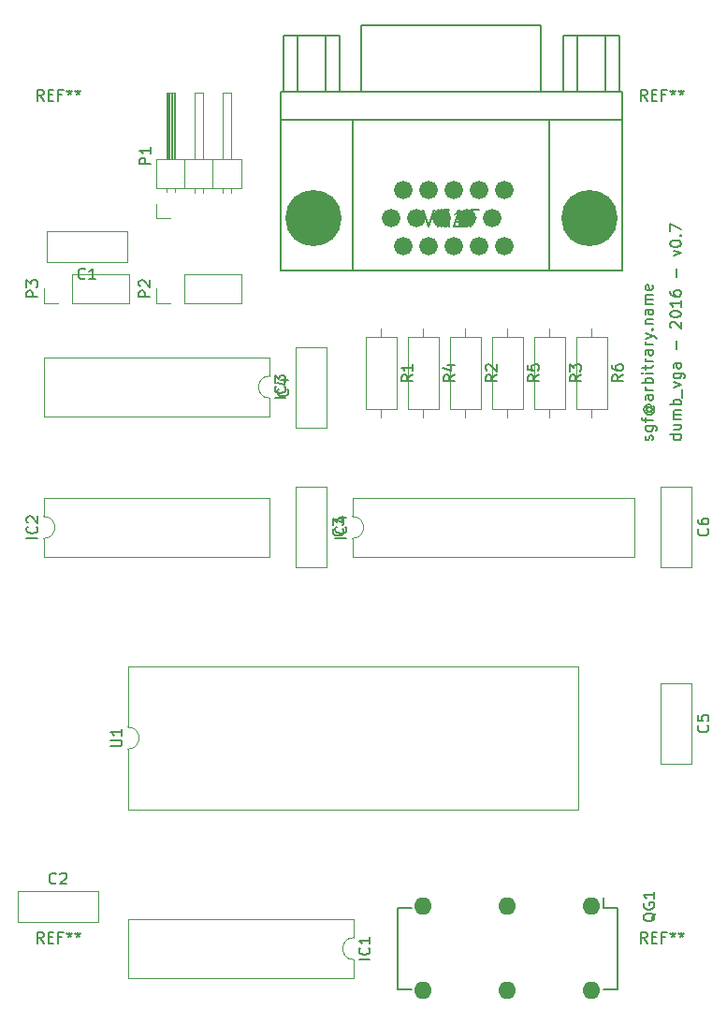
<source format=gto>
%TF.GenerationSoftware,KiCad,Pcbnew,7.0.7*%
%TF.CreationDate,2023-09-08T23:17:23+01:00*%
%TF.ProjectId,dumb-vga,64756d62-2d76-4676-912e-6b696361645f,v0.7*%
%TF.SameCoordinates,Original*%
%TF.FileFunction,Legend,Top*%
%TF.FilePolarity,Positive*%
%FSLAX46Y46*%
G04 Gerber Fmt 4.6, Leading zero omitted, Abs format (unit mm)*
G04 Created by KiCad (PCBNEW 7.0.7) date 2023-09-08 23:17:23*
%MOMM*%
%LPD*%
G01*
G04 APERTURE LIST*
%ADD10C,0.150000*%
%ADD11C,0.120000*%
%ADD12C,0.127000*%
%ADD13C,1.676400*%
%ADD14C,5.080000*%
%ADD15O,1.600000X1.600000*%
G04 APERTURE END LIST*
D10*
X164284819Y-64004649D02*
X163284819Y-64004649D01*
X164237200Y-64004649D02*
X164284819Y-64099887D01*
X164284819Y-64099887D02*
X164284819Y-64290363D01*
X164284819Y-64290363D02*
X164237200Y-64385601D01*
X164237200Y-64385601D02*
X164189580Y-64433220D01*
X164189580Y-64433220D02*
X164094342Y-64480839D01*
X164094342Y-64480839D02*
X163808628Y-64480839D01*
X163808628Y-64480839D02*
X163713390Y-64433220D01*
X163713390Y-64433220D02*
X163665771Y-64385601D01*
X163665771Y-64385601D02*
X163618152Y-64290363D01*
X163618152Y-64290363D02*
X163618152Y-64099887D01*
X163618152Y-64099887D02*
X163665771Y-64004649D01*
X163618152Y-63099887D02*
X164284819Y-63099887D01*
X163618152Y-63528458D02*
X164141961Y-63528458D01*
X164141961Y-63528458D02*
X164237200Y-63480839D01*
X164237200Y-63480839D02*
X164284819Y-63385601D01*
X164284819Y-63385601D02*
X164284819Y-63242744D01*
X164284819Y-63242744D02*
X164237200Y-63147506D01*
X164237200Y-63147506D02*
X164189580Y-63099887D01*
X164284819Y-62623696D02*
X163618152Y-62623696D01*
X163713390Y-62623696D02*
X163665771Y-62576077D01*
X163665771Y-62576077D02*
X163618152Y-62480839D01*
X163618152Y-62480839D02*
X163618152Y-62337982D01*
X163618152Y-62337982D02*
X163665771Y-62242744D01*
X163665771Y-62242744D02*
X163761009Y-62195125D01*
X163761009Y-62195125D02*
X164284819Y-62195125D01*
X163761009Y-62195125D02*
X163665771Y-62147506D01*
X163665771Y-62147506D02*
X163618152Y-62052268D01*
X163618152Y-62052268D02*
X163618152Y-61909411D01*
X163618152Y-61909411D02*
X163665771Y-61814172D01*
X163665771Y-61814172D02*
X163761009Y-61766553D01*
X163761009Y-61766553D02*
X164284819Y-61766553D01*
X164284819Y-61290363D02*
X163284819Y-61290363D01*
X163665771Y-61290363D02*
X163618152Y-61195125D01*
X163618152Y-61195125D02*
X163618152Y-61004649D01*
X163618152Y-61004649D02*
X163665771Y-60909411D01*
X163665771Y-60909411D02*
X163713390Y-60861792D01*
X163713390Y-60861792D02*
X163808628Y-60814173D01*
X163808628Y-60814173D02*
X164094342Y-60814173D01*
X164094342Y-60814173D02*
X164189580Y-60861792D01*
X164189580Y-60861792D02*
X164237200Y-60909411D01*
X164237200Y-60909411D02*
X164284819Y-61004649D01*
X164284819Y-61004649D02*
X164284819Y-61195125D01*
X164284819Y-61195125D02*
X164237200Y-61290363D01*
X164380057Y-60623697D02*
X164380057Y-59861792D01*
X163618152Y-59718934D02*
X164284819Y-59480839D01*
X164284819Y-59480839D02*
X163618152Y-59242744D01*
X163618152Y-58433220D02*
X164427676Y-58433220D01*
X164427676Y-58433220D02*
X164522914Y-58480839D01*
X164522914Y-58480839D02*
X164570533Y-58528458D01*
X164570533Y-58528458D02*
X164618152Y-58623696D01*
X164618152Y-58623696D02*
X164618152Y-58766553D01*
X164618152Y-58766553D02*
X164570533Y-58861791D01*
X164237200Y-58433220D02*
X164284819Y-58528458D01*
X164284819Y-58528458D02*
X164284819Y-58718934D01*
X164284819Y-58718934D02*
X164237200Y-58814172D01*
X164237200Y-58814172D02*
X164189580Y-58861791D01*
X164189580Y-58861791D02*
X164094342Y-58909410D01*
X164094342Y-58909410D02*
X163808628Y-58909410D01*
X163808628Y-58909410D02*
X163713390Y-58861791D01*
X163713390Y-58861791D02*
X163665771Y-58814172D01*
X163665771Y-58814172D02*
X163618152Y-58718934D01*
X163618152Y-58718934D02*
X163618152Y-58528458D01*
X163618152Y-58528458D02*
X163665771Y-58433220D01*
X164284819Y-57528458D02*
X163761009Y-57528458D01*
X163761009Y-57528458D02*
X163665771Y-57576077D01*
X163665771Y-57576077D02*
X163618152Y-57671315D01*
X163618152Y-57671315D02*
X163618152Y-57861791D01*
X163618152Y-57861791D02*
X163665771Y-57957029D01*
X164237200Y-57528458D02*
X164284819Y-57623696D01*
X164284819Y-57623696D02*
X164284819Y-57861791D01*
X164284819Y-57861791D02*
X164237200Y-57957029D01*
X164237200Y-57957029D02*
X164141961Y-58004648D01*
X164141961Y-58004648D02*
X164046723Y-58004648D01*
X164046723Y-58004648D02*
X163951485Y-57957029D01*
X163951485Y-57957029D02*
X163903866Y-57861791D01*
X163903866Y-57861791D02*
X163903866Y-57623696D01*
X163903866Y-57623696D02*
X163856247Y-57528458D01*
X163903866Y-56290362D02*
X163903866Y-55528458D01*
X163380057Y-54337981D02*
X163332438Y-54290362D01*
X163332438Y-54290362D02*
X163284819Y-54195124D01*
X163284819Y-54195124D02*
X163284819Y-53957029D01*
X163284819Y-53957029D02*
X163332438Y-53861791D01*
X163332438Y-53861791D02*
X163380057Y-53814172D01*
X163380057Y-53814172D02*
X163475295Y-53766553D01*
X163475295Y-53766553D02*
X163570533Y-53766553D01*
X163570533Y-53766553D02*
X163713390Y-53814172D01*
X163713390Y-53814172D02*
X164284819Y-54385600D01*
X164284819Y-54385600D02*
X164284819Y-53766553D01*
X163284819Y-53147505D02*
X163284819Y-53052267D01*
X163284819Y-53052267D02*
X163332438Y-52957029D01*
X163332438Y-52957029D02*
X163380057Y-52909410D01*
X163380057Y-52909410D02*
X163475295Y-52861791D01*
X163475295Y-52861791D02*
X163665771Y-52814172D01*
X163665771Y-52814172D02*
X163903866Y-52814172D01*
X163903866Y-52814172D02*
X164094342Y-52861791D01*
X164094342Y-52861791D02*
X164189580Y-52909410D01*
X164189580Y-52909410D02*
X164237200Y-52957029D01*
X164237200Y-52957029D02*
X164284819Y-53052267D01*
X164284819Y-53052267D02*
X164284819Y-53147505D01*
X164284819Y-53147505D02*
X164237200Y-53242743D01*
X164237200Y-53242743D02*
X164189580Y-53290362D01*
X164189580Y-53290362D02*
X164094342Y-53337981D01*
X164094342Y-53337981D02*
X163903866Y-53385600D01*
X163903866Y-53385600D02*
X163665771Y-53385600D01*
X163665771Y-53385600D02*
X163475295Y-53337981D01*
X163475295Y-53337981D02*
X163380057Y-53290362D01*
X163380057Y-53290362D02*
X163332438Y-53242743D01*
X163332438Y-53242743D02*
X163284819Y-53147505D01*
X164284819Y-51861791D02*
X164284819Y-52433219D01*
X164284819Y-52147505D02*
X163284819Y-52147505D01*
X163284819Y-52147505D02*
X163427676Y-52242743D01*
X163427676Y-52242743D02*
X163522914Y-52337981D01*
X163522914Y-52337981D02*
X163570533Y-52433219D01*
X163284819Y-51004648D02*
X163284819Y-51195124D01*
X163284819Y-51195124D02*
X163332438Y-51290362D01*
X163332438Y-51290362D02*
X163380057Y-51337981D01*
X163380057Y-51337981D02*
X163522914Y-51433219D01*
X163522914Y-51433219D02*
X163713390Y-51480838D01*
X163713390Y-51480838D02*
X164094342Y-51480838D01*
X164094342Y-51480838D02*
X164189580Y-51433219D01*
X164189580Y-51433219D02*
X164237200Y-51385600D01*
X164237200Y-51385600D02*
X164284819Y-51290362D01*
X164284819Y-51290362D02*
X164284819Y-51099886D01*
X164284819Y-51099886D02*
X164237200Y-51004648D01*
X164237200Y-51004648D02*
X164189580Y-50957029D01*
X164189580Y-50957029D02*
X164094342Y-50909410D01*
X164094342Y-50909410D02*
X163856247Y-50909410D01*
X163856247Y-50909410D02*
X163761009Y-50957029D01*
X163761009Y-50957029D02*
X163713390Y-51004648D01*
X163713390Y-51004648D02*
X163665771Y-51099886D01*
X163665771Y-51099886D02*
X163665771Y-51290362D01*
X163665771Y-51290362D02*
X163713390Y-51385600D01*
X163713390Y-51385600D02*
X163761009Y-51433219D01*
X163761009Y-51433219D02*
X163856247Y-51480838D01*
X163903866Y-49718933D02*
X163903866Y-48957029D01*
X163618152Y-47814171D02*
X164284819Y-47576076D01*
X164284819Y-47576076D02*
X163618152Y-47337981D01*
X163284819Y-46766552D02*
X163284819Y-46671314D01*
X163284819Y-46671314D02*
X163332438Y-46576076D01*
X163332438Y-46576076D02*
X163380057Y-46528457D01*
X163380057Y-46528457D02*
X163475295Y-46480838D01*
X163475295Y-46480838D02*
X163665771Y-46433219D01*
X163665771Y-46433219D02*
X163903866Y-46433219D01*
X163903866Y-46433219D02*
X164094342Y-46480838D01*
X164094342Y-46480838D02*
X164189580Y-46528457D01*
X164189580Y-46528457D02*
X164237200Y-46576076D01*
X164237200Y-46576076D02*
X164284819Y-46671314D01*
X164284819Y-46671314D02*
X164284819Y-46766552D01*
X164284819Y-46766552D02*
X164237200Y-46861790D01*
X164237200Y-46861790D02*
X164189580Y-46909409D01*
X164189580Y-46909409D02*
X164094342Y-46957028D01*
X164094342Y-46957028D02*
X163903866Y-47004647D01*
X163903866Y-47004647D02*
X163665771Y-47004647D01*
X163665771Y-47004647D02*
X163475295Y-46957028D01*
X163475295Y-46957028D02*
X163380057Y-46909409D01*
X163380057Y-46909409D02*
X163332438Y-46861790D01*
X163332438Y-46861790D02*
X163284819Y-46766552D01*
X164189580Y-46004647D02*
X164237200Y-45957028D01*
X164237200Y-45957028D02*
X164284819Y-46004647D01*
X164284819Y-46004647D02*
X164237200Y-46052266D01*
X164237200Y-46052266D02*
X164189580Y-46004647D01*
X164189580Y-46004647D02*
X164284819Y-46004647D01*
X163284819Y-45623695D02*
X163284819Y-44957029D01*
X163284819Y-44957029D02*
X164284819Y-45385600D01*
X161697200Y-64480839D02*
X161744819Y-64385601D01*
X161744819Y-64385601D02*
X161744819Y-64195125D01*
X161744819Y-64195125D02*
X161697200Y-64099887D01*
X161697200Y-64099887D02*
X161601961Y-64052268D01*
X161601961Y-64052268D02*
X161554342Y-64052268D01*
X161554342Y-64052268D02*
X161459104Y-64099887D01*
X161459104Y-64099887D02*
X161411485Y-64195125D01*
X161411485Y-64195125D02*
X161411485Y-64337982D01*
X161411485Y-64337982D02*
X161363866Y-64433220D01*
X161363866Y-64433220D02*
X161268628Y-64480839D01*
X161268628Y-64480839D02*
X161221009Y-64480839D01*
X161221009Y-64480839D02*
X161125771Y-64433220D01*
X161125771Y-64433220D02*
X161078152Y-64337982D01*
X161078152Y-64337982D02*
X161078152Y-64195125D01*
X161078152Y-64195125D02*
X161125771Y-64099887D01*
X161078152Y-63195125D02*
X161887676Y-63195125D01*
X161887676Y-63195125D02*
X161982914Y-63242744D01*
X161982914Y-63242744D02*
X162030533Y-63290363D01*
X162030533Y-63290363D02*
X162078152Y-63385601D01*
X162078152Y-63385601D02*
X162078152Y-63528458D01*
X162078152Y-63528458D02*
X162030533Y-63623696D01*
X161697200Y-63195125D02*
X161744819Y-63290363D01*
X161744819Y-63290363D02*
X161744819Y-63480839D01*
X161744819Y-63480839D02*
X161697200Y-63576077D01*
X161697200Y-63576077D02*
X161649580Y-63623696D01*
X161649580Y-63623696D02*
X161554342Y-63671315D01*
X161554342Y-63671315D02*
X161268628Y-63671315D01*
X161268628Y-63671315D02*
X161173390Y-63623696D01*
X161173390Y-63623696D02*
X161125771Y-63576077D01*
X161125771Y-63576077D02*
X161078152Y-63480839D01*
X161078152Y-63480839D02*
X161078152Y-63290363D01*
X161078152Y-63290363D02*
X161125771Y-63195125D01*
X161078152Y-62861791D02*
X161078152Y-62480839D01*
X161744819Y-62718934D02*
X160887676Y-62718934D01*
X160887676Y-62718934D02*
X160792438Y-62671315D01*
X160792438Y-62671315D02*
X160744819Y-62576077D01*
X160744819Y-62576077D02*
X160744819Y-62480839D01*
X161268628Y-61528458D02*
X161221009Y-61576077D01*
X161221009Y-61576077D02*
X161173390Y-61671315D01*
X161173390Y-61671315D02*
X161173390Y-61766553D01*
X161173390Y-61766553D02*
X161221009Y-61861791D01*
X161221009Y-61861791D02*
X161268628Y-61909410D01*
X161268628Y-61909410D02*
X161363866Y-61957029D01*
X161363866Y-61957029D02*
X161459104Y-61957029D01*
X161459104Y-61957029D02*
X161554342Y-61909410D01*
X161554342Y-61909410D02*
X161601961Y-61861791D01*
X161601961Y-61861791D02*
X161649580Y-61766553D01*
X161649580Y-61766553D02*
X161649580Y-61671315D01*
X161649580Y-61671315D02*
X161601961Y-61576077D01*
X161601961Y-61576077D02*
X161554342Y-61528458D01*
X161173390Y-61528458D02*
X161554342Y-61528458D01*
X161554342Y-61528458D02*
X161601961Y-61480839D01*
X161601961Y-61480839D02*
X161601961Y-61433220D01*
X161601961Y-61433220D02*
X161554342Y-61337981D01*
X161554342Y-61337981D02*
X161459104Y-61290362D01*
X161459104Y-61290362D02*
X161221009Y-61290362D01*
X161221009Y-61290362D02*
X161078152Y-61385601D01*
X161078152Y-61385601D02*
X160982914Y-61528458D01*
X160982914Y-61528458D02*
X160935295Y-61718934D01*
X160935295Y-61718934D02*
X160982914Y-61909410D01*
X160982914Y-61909410D02*
X161078152Y-62052267D01*
X161078152Y-62052267D02*
X161221009Y-62147505D01*
X161221009Y-62147505D02*
X161411485Y-62195124D01*
X161411485Y-62195124D02*
X161601961Y-62147505D01*
X161601961Y-62147505D02*
X161744819Y-62052267D01*
X161744819Y-62052267D02*
X161840057Y-61909410D01*
X161840057Y-61909410D02*
X161887676Y-61718934D01*
X161887676Y-61718934D02*
X161840057Y-61528458D01*
X161840057Y-61528458D02*
X161744819Y-61385601D01*
X161744819Y-60433220D02*
X161221009Y-60433220D01*
X161221009Y-60433220D02*
X161125771Y-60480839D01*
X161125771Y-60480839D02*
X161078152Y-60576077D01*
X161078152Y-60576077D02*
X161078152Y-60766553D01*
X161078152Y-60766553D02*
X161125771Y-60861791D01*
X161697200Y-60433220D02*
X161744819Y-60528458D01*
X161744819Y-60528458D02*
X161744819Y-60766553D01*
X161744819Y-60766553D02*
X161697200Y-60861791D01*
X161697200Y-60861791D02*
X161601961Y-60909410D01*
X161601961Y-60909410D02*
X161506723Y-60909410D01*
X161506723Y-60909410D02*
X161411485Y-60861791D01*
X161411485Y-60861791D02*
X161363866Y-60766553D01*
X161363866Y-60766553D02*
X161363866Y-60528458D01*
X161363866Y-60528458D02*
X161316247Y-60433220D01*
X161744819Y-59957029D02*
X161078152Y-59957029D01*
X161268628Y-59957029D02*
X161173390Y-59909410D01*
X161173390Y-59909410D02*
X161125771Y-59861791D01*
X161125771Y-59861791D02*
X161078152Y-59766553D01*
X161078152Y-59766553D02*
X161078152Y-59671315D01*
X161744819Y-59337981D02*
X160744819Y-59337981D01*
X161125771Y-59337981D02*
X161078152Y-59242743D01*
X161078152Y-59242743D02*
X161078152Y-59052267D01*
X161078152Y-59052267D02*
X161125771Y-58957029D01*
X161125771Y-58957029D02*
X161173390Y-58909410D01*
X161173390Y-58909410D02*
X161268628Y-58861791D01*
X161268628Y-58861791D02*
X161554342Y-58861791D01*
X161554342Y-58861791D02*
X161649580Y-58909410D01*
X161649580Y-58909410D02*
X161697200Y-58957029D01*
X161697200Y-58957029D02*
X161744819Y-59052267D01*
X161744819Y-59052267D02*
X161744819Y-59242743D01*
X161744819Y-59242743D02*
X161697200Y-59337981D01*
X161744819Y-58433219D02*
X161078152Y-58433219D01*
X160744819Y-58433219D02*
X160792438Y-58480838D01*
X160792438Y-58480838D02*
X160840057Y-58433219D01*
X160840057Y-58433219D02*
X160792438Y-58385600D01*
X160792438Y-58385600D02*
X160744819Y-58433219D01*
X160744819Y-58433219D02*
X160840057Y-58433219D01*
X161078152Y-58099886D02*
X161078152Y-57718934D01*
X160744819Y-57957029D02*
X161601961Y-57957029D01*
X161601961Y-57957029D02*
X161697200Y-57909410D01*
X161697200Y-57909410D02*
X161744819Y-57814172D01*
X161744819Y-57814172D02*
X161744819Y-57718934D01*
X161744819Y-57385600D02*
X161078152Y-57385600D01*
X161268628Y-57385600D02*
X161173390Y-57337981D01*
X161173390Y-57337981D02*
X161125771Y-57290362D01*
X161125771Y-57290362D02*
X161078152Y-57195124D01*
X161078152Y-57195124D02*
X161078152Y-57099886D01*
X161744819Y-56337981D02*
X161221009Y-56337981D01*
X161221009Y-56337981D02*
X161125771Y-56385600D01*
X161125771Y-56385600D02*
X161078152Y-56480838D01*
X161078152Y-56480838D02*
X161078152Y-56671314D01*
X161078152Y-56671314D02*
X161125771Y-56766552D01*
X161697200Y-56337981D02*
X161744819Y-56433219D01*
X161744819Y-56433219D02*
X161744819Y-56671314D01*
X161744819Y-56671314D02*
X161697200Y-56766552D01*
X161697200Y-56766552D02*
X161601961Y-56814171D01*
X161601961Y-56814171D02*
X161506723Y-56814171D01*
X161506723Y-56814171D02*
X161411485Y-56766552D01*
X161411485Y-56766552D02*
X161363866Y-56671314D01*
X161363866Y-56671314D02*
X161363866Y-56433219D01*
X161363866Y-56433219D02*
X161316247Y-56337981D01*
X161744819Y-55861790D02*
X161078152Y-55861790D01*
X161268628Y-55861790D02*
X161173390Y-55814171D01*
X161173390Y-55814171D02*
X161125771Y-55766552D01*
X161125771Y-55766552D02*
X161078152Y-55671314D01*
X161078152Y-55671314D02*
X161078152Y-55576076D01*
X161078152Y-55337980D02*
X161744819Y-55099885D01*
X161078152Y-54861790D02*
X161744819Y-55099885D01*
X161744819Y-55099885D02*
X161982914Y-55195123D01*
X161982914Y-55195123D02*
X162030533Y-55242742D01*
X162030533Y-55242742D02*
X162078152Y-55337980D01*
X161649580Y-54480837D02*
X161697200Y-54433218D01*
X161697200Y-54433218D02*
X161744819Y-54480837D01*
X161744819Y-54480837D02*
X161697200Y-54528456D01*
X161697200Y-54528456D02*
X161649580Y-54480837D01*
X161649580Y-54480837D02*
X161744819Y-54480837D01*
X161078152Y-54004647D02*
X161744819Y-54004647D01*
X161173390Y-54004647D02*
X161125771Y-53957028D01*
X161125771Y-53957028D02*
X161078152Y-53861790D01*
X161078152Y-53861790D02*
X161078152Y-53718933D01*
X161078152Y-53718933D02*
X161125771Y-53623695D01*
X161125771Y-53623695D02*
X161221009Y-53576076D01*
X161221009Y-53576076D02*
X161744819Y-53576076D01*
X161744819Y-52671314D02*
X161221009Y-52671314D01*
X161221009Y-52671314D02*
X161125771Y-52718933D01*
X161125771Y-52718933D02*
X161078152Y-52814171D01*
X161078152Y-52814171D02*
X161078152Y-53004647D01*
X161078152Y-53004647D02*
X161125771Y-53099885D01*
X161697200Y-52671314D02*
X161744819Y-52766552D01*
X161744819Y-52766552D02*
X161744819Y-53004647D01*
X161744819Y-53004647D02*
X161697200Y-53099885D01*
X161697200Y-53099885D02*
X161601961Y-53147504D01*
X161601961Y-53147504D02*
X161506723Y-53147504D01*
X161506723Y-53147504D02*
X161411485Y-53099885D01*
X161411485Y-53099885D02*
X161363866Y-53004647D01*
X161363866Y-53004647D02*
X161363866Y-52766552D01*
X161363866Y-52766552D02*
X161316247Y-52671314D01*
X161744819Y-52195123D02*
X161078152Y-52195123D01*
X161173390Y-52195123D02*
X161125771Y-52147504D01*
X161125771Y-52147504D02*
X161078152Y-52052266D01*
X161078152Y-52052266D02*
X161078152Y-51909409D01*
X161078152Y-51909409D02*
X161125771Y-51814171D01*
X161125771Y-51814171D02*
X161221009Y-51766552D01*
X161221009Y-51766552D02*
X161744819Y-51766552D01*
X161221009Y-51766552D02*
X161125771Y-51718933D01*
X161125771Y-51718933D02*
X161078152Y-51623695D01*
X161078152Y-51623695D02*
X161078152Y-51480838D01*
X161078152Y-51480838D02*
X161125771Y-51385599D01*
X161125771Y-51385599D02*
X161221009Y-51337980D01*
X161221009Y-51337980D02*
X161744819Y-51337980D01*
X161697200Y-50480838D02*
X161744819Y-50576076D01*
X161744819Y-50576076D02*
X161744819Y-50766552D01*
X161744819Y-50766552D02*
X161697200Y-50861790D01*
X161697200Y-50861790D02*
X161601961Y-50909409D01*
X161601961Y-50909409D02*
X161221009Y-50909409D01*
X161221009Y-50909409D02*
X161125771Y-50861790D01*
X161125771Y-50861790D02*
X161078152Y-50766552D01*
X161078152Y-50766552D02*
X161078152Y-50576076D01*
X161078152Y-50576076D02*
X161125771Y-50480838D01*
X161125771Y-50480838D02*
X161221009Y-50433219D01*
X161221009Y-50433219D02*
X161316247Y-50433219D01*
X161316247Y-50433219D02*
X161411485Y-50909409D01*
X110363333Y-49849580D02*
X110315714Y-49897200D01*
X110315714Y-49897200D02*
X110172857Y-49944819D01*
X110172857Y-49944819D02*
X110077619Y-49944819D01*
X110077619Y-49944819D02*
X109934762Y-49897200D01*
X109934762Y-49897200D02*
X109839524Y-49801961D01*
X109839524Y-49801961D02*
X109791905Y-49706723D01*
X109791905Y-49706723D02*
X109744286Y-49516247D01*
X109744286Y-49516247D02*
X109744286Y-49373390D01*
X109744286Y-49373390D02*
X109791905Y-49182914D01*
X109791905Y-49182914D02*
X109839524Y-49087676D01*
X109839524Y-49087676D02*
X109934762Y-48992438D01*
X109934762Y-48992438D02*
X110077619Y-48944819D01*
X110077619Y-48944819D02*
X110172857Y-48944819D01*
X110172857Y-48944819D02*
X110315714Y-48992438D01*
X110315714Y-48992438D02*
X110363333Y-49040057D01*
X111315714Y-49944819D02*
X110744286Y-49944819D01*
X111030000Y-49944819D02*
X111030000Y-48944819D01*
X111030000Y-48944819D02*
X110934762Y-49087676D01*
X110934762Y-49087676D02*
X110839524Y-49182914D01*
X110839524Y-49182914D02*
X110744286Y-49230533D01*
X136134819Y-111466189D02*
X135134819Y-111466189D01*
X136039580Y-110418571D02*
X136087200Y-110466190D01*
X136087200Y-110466190D02*
X136134819Y-110609047D01*
X136134819Y-110609047D02*
X136134819Y-110704285D01*
X136134819Y-110704285D02*
X136087200Y-110847142D01*
X136087200Y-110847142D02*
X135991961Y-110942380D01*
X135991961Y-110942380D02*
X135896723Y-110989999D01*
X135896723Y-110989999D02*
X135706247Y-111037618D01*
X135706247Y-111037618D02*
X135563390Y-111037618D01*
X135563390Y-111037618D02*
X135372914Y-110989999D01*
X135372914Y-110989999D02*
X135277676Y-110942380D01*
X135277676Y-110942380D02*
X135182438Y-110847142D01*
X135182438Y-110847142D02*
X135134819Y-110704285D01*
X135134819Y-110704285D02*
X135134819Y-110609047D01*
X135134819Y-110609047D02*
X135182438Y-110466190D01*
X135182438Y-110466190D02*
X135230057Y-110418571D01*
X136134819Y-109466190D02*
X136134819Y-110037618D01*
X136134819Y-109751904D02*
X135134819Y-109751904D01*
X135134819Y-109751904D02*
X135277676Y-109847142D01*
X135277676Y-109847142D02*
X135372914Y-109942380D01*
X135372914Y-109942380D02*
X135420533Y-110037618D01*
X106074819Y-73366189D02*
X105074819Y-73366189D01*
X105979580Y-72318571D02*
X106027200Y-72366190D01*
X106027200Y-72366190D02*
X106074819Y-72509047D01*
X106074819Y-72509047D02*
X106074819Y-72604285D01*
X106074819Y-72604285D02*
X106027200Y-72747142D01*
X106027200Y-72747142D02*
X105931961Y-72842380D01*
X105931961Y-72842380D02*
X105836723Y-72889999D01*
X105836723Y-72889999D02*
X105646247Y-72937618D01*
X105646247Y-72937618D02*
X105503390Y-72937618D01*
X105503390Y-72937618D02*
X105312914Y-72889999D01*
X105312914Y-72889999D02*
X105217676Y-72842380D01*
X105217676Y-72842380D02*
X105122438Y-72747142D01*
X105122438Y-72747142D02*
X105074819Y-72604285D01*
X105074819Y-72604285D02*
X105074819Y-72509047D01*
X105074819Y-72509047D02*
X105122438Y-72366190D01*
X105122438Y-72366190D02*
X105170057Y-72318571D01*
X105170057Y-71937618D02*
X105122438Y-71889999D01*
X105122438Y-71889999D02*
X105074819Y-71794761D01*
X105074819Y-71794761D02*
X105074819Y-71556666D01*
X105074819Y-71556666D02*
X105122438Y-71461428D01*
X105122438Y-71461428D02*
X105170057Y-71413809D01*
X105170057Y-71413809D02*
X105265295Y-71366190D01*
X105265295Y-71366190D02*
X105360533Y-71366190D01*
X105360533Y-71366190D02*
X105503390Y-71413809D01*
X105503390Y-71413809D02*
X106074819Y-71985237D01*
X106074819Y-71985237D02*
X106074819Y-71366190D01*
X128514819Y-60666189D02*
X127514819Y-60666189D01*
X128419580Y-59618571D02*
X128467200Y-59666190D01*
X128467200Y-59666190D02*
X128514819Y-59809047D01*
X128514819Y-59809047D02*
X128514819Y-59904285D01*
X128514819Y-59904285D02*
X128467200Y-60047142D01*
X128467200Y-60047142D02*
X128371961Y-60142380D01*
X128371961Y-60142380D02*
X128276723Y-60189999D01*
X128276723Y-60189999D02*
X128086247Y-60237618D01*
X128086247Y-60237618D02*
X127943390Y-60237618D01*
X127943390Y-60237618D02*
X127752914Y-60189999D01*
X127752914Y-60189999D02*
X127657676Y-60142380D01*
X127657676Y-60142380D02*
X127562438Y-60047142D01*
X127562438Y-60047142D02*
X127514819Y-59904285D01*
X127514819Y-59904285D02*
X127514819Y-59809047D01*
X127514819Y-59809047D02*
X127562438Y-59666190D01*
X127562438Y-59666190D02*
X127610057Y-59618571D01*
X127514819Y-59285237D02*
X127514819Y-58666190D01*
X127514819Y-58666190D02*
X127895771Y-58999523D01*
X127895771Y-58999523D02*
X127895771Y-58856666D01*
X127895771Y-58856666D02*
X127943390Y-58761428D01*
X127943390Y-58761428D02*
X127991009Y-58713809D01*
X127991009Y-58713809D02*
X128086247Y-58666190D01*
X128086247Y-58666190D02*
X128324342Y-58666190D01*
X128324342Y-58666190D02*
X128419580Y-58713809D01*
X128419580Y-58713809D02*
X128467200Y-58761428D01*
X128467200Y-58761428D02*
X128514819Y-58856666D01*
X128514819Y-58856666D02*
X128514819Y-59142380D01*
X128514819Y-59142380D02*
X128467200Y-59237618D01*
X128467200Y-59237618D02*
X128419580Y-59285237D01*
X134014819Y-73366189D02*
X133014819Y-73366189D01*
X133919580Y-72318571D02*
X133967200Y-72366190D01*
X133967200Y-72366190D02*
X134014819Y-72509047D01*
X134014819Y-72509047D02*
X134014819Y-72604285D01*
X134014819Y-72604285D02*
X133967200Y-72747142D01*
X133967200Y-72747142D02*
X133871961Y-72842380D01*
X133871961Y-72842380D02*
X133776723Y-72889999D01*
X133776723Y-72889999D02*
X133586247Y-72937618D01*
X133586247Y-72937618D02*
X133443390Y-72937618D01*
X133443390Y-72937618D02*
X133252914Y-72889999D01*
X133252914Y-72889999D02*
X133157676Y-72842380D01*
X133157676Y-72842380D02*
X133062438Y-72747142D01*
X133062438Y-72747142D02*
X133014819Y-72604285D01*
X133014819Y-72604285D02*
X133014819Y-72509047D01*
X133014819Y-72509047D02*
X133062438Y-72366190D01*
X133062438Y-72366190D02*
X133110057Y-72318571D01*
X133348152Y-71461428D02*
X134014819Y-71461428D01*
X132967200Y-71699523D02*
X133681485Y-71937618D01*
X133681485Y-71937618D02*
X133681485Y-71318571D01*
X139984819Y-58586666D02*
X139508628Y-58919999D01*
X139984819Y-59158094D02*
X138984819Y-59158094D01*
X138984819Y-59158094D02*
X138984819Y-58777142D01*
X138984819Y-58777142D02*
X139032438Y-58681904D01*
X139032438Y-58681904D02*
X139080057Y-58634285D01*
X139080057Y-58634285D02*
X139175295Y-58586666D01*
X139175295Y-58586666D02*
X139318152Y-58586666D01*
X139318152Y-58586666D02*
X139413390Y-58634285D01*
X139413390Y-58634285D02*
X139461009Y-58681904D01*
X139461009Y-58681904D02*
X139508628Y-58777142D01*
X139508628Y-58777142D02*
X139508628Y-59158094D01*
X139984819Y-57634285D02*
X139984819Y-58205713D01*
X139984819Y-57919999D02*
X138984819Y-57919999D01*
X138984819Y-57919999D02*
X139127676Y-58015237D01*
X139127676Y-58015237D02*
X139222914Y-58110475D01*
X139222914Y-58110475D02*
X139270533Y-58205713D01*
X147604819Y-58586666D02*
X147128628Y-58919999D01*
X147604819Y-59158094D02*
X146604819Y-59158094D01*
X146604819Y-59158094D02*
X146604819Y-58777142D01*
X146604819Y-58777142D02*
X146652438Y-58681904D01*
X146652438Y-58681904D02*
X146700057Y-58634285D01*
X146700057Y-58634285D02*
X146795295Y-58586666D01*
X146795295Y-58586666D02*
X146938152Y-58586666D01*
X146938152Y-58586666D02*
X147033390Y-58634285D01*
X147033390Y-58634285D02*
X147081009Y-58681904D01*
X147081009Y-58681904D02*
X147128628Y-58777142D01*
X147128628Y-58777142D02*
X147128628Y-59158094D01*
X146700057Y-58205713D02*
X146652438Y-58158094D01*
X146652438Y-58158094D02*
X146604819Y-58062856D01*
X146604819Y-58062856D02*
X146604819Y-57824761D01*
X146604819Y-57824761D02*
X146652438Y-57729523D01*
X146652438Y-57729523D02*
X146700057Y-57681904D01*
X146700057Y-57681904D02*
X146795295Y-57634285D01*
X146795295Y-57634285D02*
X146890533Y-57634285D01*
X146890533Y-57634285D02*
X147033390Y-57681904D01*
X147033390Y-57681904D02*
X147604819Y-58253332D01*
X147604819Y-58253332D02*
X147604819Y-57634285D01*
X155224819Y-58586666D02*
X154748628Y-58919999D01*
X155224819Y-59158094D02*
X154224819Y-59158094D01*
X154224819Y-59158094D02*
X154224819Y-58777142D01*
X154224819Y-58777142D02*
X154272438Y-58681904D01*
X154272438Y-58681904D02*
X154320057Y-58634285D01*
X154320057Y-58634285D02*
X154415295Y-58586666D01*
X154415295Y-58586666D02*
X154558152Y-58586666D01*
X154558152Y-58586666D02*
X154653390Y-58634285D01*
X154653390Y-58634285D02*
X154701009Y-58681904D01*
X154701009Y-58681904D02*
X154748628Y-58777142D01*
X154748628Y-58777142D02*
X154748628Y-59158094D01*
X154224819Y-58253332D02*
X154224819Y-57634285D01*
X154224819Y-57634285D02*
X154605771Y-57967618D01*
X154605771Y-57967618D02*
X154605771Y-57824761D01*
X154605771Y-57824761D02*
X154653390Y-57729523D01*
X154653390Y-57729523D02*
X154701009Y-57681904D01*
X154701009Y-57681904D02*
X154796247Y-57634285D01*
X154796247Y-57634285D02*
X155034342Y-57634285D01*
X155034342Y-57634285D02*
X155129580Y-57681904D01*
X155129580Y-57681904D02*
X155177200Y-57729523D01*
X155177200Y-57729523D02*
X155224819Y-57824761D01*
X155224819Y-57824761D02*
X155224819Y-58110475D01*
X155224819Y-58110475D02*
X155177200Y-58205713D01*
X155177200Y-58205713D02*
X155129580Y-58253332D01*
X143794819Y-58586666D02*
X143318628Y-58919999D01*
X143794819Y-59158094D02*
X142794819Y-59158094D01*
X142794819Y-59158094D02*
X142794819Y-58777142D01*
X142794819Y-58777142D02*
X142842438Y-58681904D01*
X142842438Y-58681904D02*
X142890057Y-58634285D01*
X142890057Y-58634285D02*
X142985295Y-58586666D01*
X142985295Y-58586666D02*
X143128152Y-58586666D01*
X143128152Y-58586666D02*
X143223390Y-58634285D01*
X143223390Y-58634285D02*
X143271009Y-58681904D01*
X143271009Y-58681904D02*
X143318628Y-58777142D01*
X143318628Y-58777142D02*
X143318628Y-59158094D01*
X143128152Y-57729523D02*
X143794819Y-57729523D01*
X142747200Y-57967618D02*
X143461485Y-58205713D01*
X143461485Y-58205713D02*
X143461485Y-57586666D01*
X151414819Y-58586666D02*
X150938628Y-58919999D01*
X151414819Y-59158094D02*
X150414819Y-59158094D01*
X150414819Y-59158094D02*
X150414819Y-58777142D01*
X150414819Y-58777142D02*
X150462438Y-58681904D01*
X150462438Y-58681904D02*
X150510057Y-58634285D01*
X150510057Y-58634285D02*
X150605295Y-58586666D01*
X150605295Y-58586666D02*
X150748152Y-58586666D01*
X150748152Y-58586666D02*
X150843390Y-58634285D01*
X150843390Y-58634285D02*
X150891009Y-58681904D01*
X150891009Y-58681904D02*
X150938628Y-58777142D01*
X150938628Y-58777142D02*
X150938628Y-59158094D01*
X150414819Y-57681904D02*
X150414819Y-58158094D01*
X150414819Y-58158094D02*
X150891009Y-58205713D01*
X150891009Y-58205713D02*
X150843390Y-58158094D01*
X150843390Y-58158094D02*
X150795771Y-58062856D01*
X150795771Y-58062856D02*
X150795771Y-57824761D01*
X150795771Y-57824761D02*
X150843390Y-57729523D01*
X150843390Y-57729523D02*
X150891009Y-57681904D01*
X150891009Y-57681904D02*
X150986247Y-57634285D01*
X150986247Y-57634285D02*
X151224342Y-57634285D01*
X151224342Y-57634285D02*
X151319580Y-57681904D01*
X151319580Y-57681904D02*
X151367200Y-57729523D01*
X151367200Y-57729523D02*
X151414819Y-57824761D01*
X151414819Y-57824761D02*
X151414819Y-58062856D01*
X151414819Y-58062856D02*
X151367200Y-58158094D01*
X151367200Y-58158094D02*
X151319580Y-58205713D01*
X159034819Y-58586666D02*
X158558628Y-58919999D01*
X159034819Y-59158094D02*
X158034819Y-59158094D01*
X158034819Y-59158094D02*
X158034819Y-58777142D01*
X158034819Y-58777142D02*
X158082438Y-58681904D01*
X158082438Y-58681904D02*
X158130057Y-58634285D01*
X158130057Y-58634285D02*
X158225295Y-58586666D01*
X158225295Y-58586666D02*
X158368152Y-58586666D01*
X158368152Y-58586666D02*
X158463390Y-58634285D01*
X158463390Y-58634285D02*
X158511009Y-58681904D01*
X158511009Y-58681904D02*
X158558628Y-58777142D01*
X158558628Y-58777142D02*
X158558628Y-59158094D01*
X158034819Y-57729523D02*
X158034819Y-57919999D01*
X158034819Y-57919999D02*
X158082438Y-58015237D01*
X158082438Y-58015237D02*
X158130057Y-58062856D01*
X158130057Y-58062856D02*
X158272914Y-58158094D01*
X158272914Y-58158094D02*
X158463390Y-58205713D01*
X158463390Y-58205713D02*
X158844342Y-58205713D01*
X158844342Y-58205713D02*
X158939580Y-58158094D01*
X158939580Y-58158094D02*
X158987200Y-58110475D01*
X158987200Y-58110475D02*
X159034819Y-58015237D01*
X159034819Y-58015237D02*
X159034819Y-57824761D01*
X159034819Y-57824761D02*
X158987200Y-57729523D01*
X158987200Y-57729523D02*
X158939580Y-57681904D01*
X158939580Y-57681904D02*
X158844342Y-57634285D01*
X158844342Y-57634285D02*
X158606247Y-57634285D01*
X158606247Y-57634285D02*
X158511009Y-57681904D01*
X158511009Y-57681904D02*
X158463390Y-57729523D01*
X158463390Y-57729523D02*
X158415771Y-57824761D01*
X158415771Y-57824761D02*
X158415771Y-58015237D01*
X158415771Y-58015237D02*
X158463390Y-58110475D01*
X158463390Y-58110475D02*
X158511009Y-58158094D01*
X158511009Y-58158094D02*
X158606247Y-58205713D01*
X112694819Y-92201904D02*
X113504342Y-92201904D01*
X113504342Y-92201904D02*
X113599580Y-92154285D01*
X113599580Y-92154285D02*
X113647200Y-92106666D01*
X113647200Y-92106666D02*
X113694819Y-92011428D01*
X113694819Y-92011428D02*
X113694819Y-91820952D01*
X113694819Y-91820952D02*
X113647200Y-91725714D01*
X113647200Y-91725714D02*
X113599580Y-91678095D01*
X113599580Y-91678095D02*
X113504342Y-91630476D01*
X113504342Y-91630476D02*
X112694819Y-91630476D01*
X113694819Y-90630476D02*
X113694819Y-91201904D01*
X113694819Y-90916190D02*
X112694819Y-90916190D01*
X112694819Y-90916190D02*
X112837676Y-91011428D01*
X112837676Y-91011428D02*
X112932914Y-91106666D01*
X112932914Y-91106666D02*
X112980533Y-91201904D01*
X142276285Y-43623231D02*
X143292285Y-45147231D01*
X143292285Y-43623231D02*
X142276285Y-45147231D01*
X144671142Y-45147231D02*
X143800285Y-45147231D01*
X144235714Y-45147231D02*
X144235714Y-43623231D01*
X144235714Y-43623231D02*
X144090571Y-43840945D01*
X144090571Y-43840945D02*
X143945428Y-43986088D01*
X143945428Y-43986088D02*
X143800285Y-44058660D01*
X140933713Y-43623231D02*
X141441713Y-45147231D01*
X141441713Y-45147231D02*
X141949713Y-43623231D01*
X143255999Y-43695802D02*
X143110857Y-43623231D01*
X143110857Y-43623231D02*
X142893142Y-43623231D01*
X142893142Y-43623231D02*
X142675428Y-43695802D01*
X142675428Y-43695802D02*
X142530285Y-43840945D01*
X142530285Y-43840945D02*
X142457714Y-43986088D01*
X142457714Y-43986088D02*
X142385142Y-44276374D01*
X142385142Y-44276374D02*
X142385142Y-44494088D01*
X142385142Y-44494088D02*
X142457714Y-44784374D01*
X142457714Y-44784374D02*
X142530285Y-44929517D01*
X142530285Y-44929517D02*
X142675428Y-45074660D01*
X142675428Y-45074660D02*
X142893142Y-45147231D01*
X142893142Y-45147231D02*
X143038285Y-45147231D01*
X143038285Y-45147231D02*
X143255999Y-45074660D01*
X143255999Y-45074660D02*
X143328571Y-45002088D01*
X143328571Y-45002088D02*
X143328571Y-44494088D01*
X143328571Y-44494088D02*
X143038285Y-44494088D01*
X143909142Y-44711802D02*
X144634857Y-44711802D01*
X143763999Y-45147231D02*
X144271999Y-43623231D01*
X144271999Y-43623231D02*
X144779999Y-45147231D01*
X145796000Y-44348945D02*
X145288000Y-44348945D01*
X145288000Y-45147231D02*
X145288000Y-43623231D01*
X145288000Y-43623231D02*
X146013714Y-43623231D01*
X107743333Y-104539580D02*
X107695714Y-104587200D01*
X107695714Y-104587200D02*
X107552857Y-104634819D01*
X107552857Y-104634819D02*
X107457619Y-104634819D01*
X107457619Y-104634819D02*
X107314762Y-104587200D01*
X107314762Y-104587200D02*
X107219524Y-104491961D01*
X107219524Y-104491961D02*
X107171905Y-104396723D01*
X107171905Y-104396723D02*
X107124286Y-104206247D01*
X107124286Y-104206247D02*
X107124286Y-104063390D01*
X107124286Y-104063390D02*
X107171905Y-103872914D01*
X107171905Y-103872914D02*
X107219524Y-103777676D01*
X107219524Y-103777676D02*
X107314762Y-103682438D01*
X107314762Y-103682438D02*
X107457619Y-103634819D01*
X107457619Y-103634819D02*
X107552857Y-103634819D01*
X107552857Y-103634819D02*
X107695714Y-103682438D01*
X107695714Y-103682438D02*
X107743333Y-103730057D01*
X108124286Y-103730057D02*
X108171905Y-103682438D01*
X108171905Y-103682438D02*
X108267143Y-103634819D01*
X108267143Y-103634819D02*
X108505238Y-103634819D01*
X108505238Y-103634819D02*
X108600476Y-103682438D01*
X108600476Y-103682438D02*
X108648095Y-103730057D01*
X108648095Y-103730057D02*
X108695714Y-103825295D01*
X108695714Y-103825295D02*
X108695714Y-103920533D01*
X108695714Y-103920533D02*
X108648095Y-104063390D01*
X108648095Y-104063390D02*
X108076667Y-104634819D01*
X108076667Y-104634819D02*
X108695714Y-104634819D01*
X133669580Y-72516666D02*
X133717200Y-72564285D01*
X133717200Y-72564285D02*
X133764819Y-72707142D01*
X133764819Y-72707142D02*
X133764819Y-72802380D01*
X133764819Y-72802380D02*
X133717200Y-72945237D01*
X133717200Y-72945237D02*
X133621961Y-73040475D01*
X133621961Y-73040475D02*
X133526723Y-73088094D01*
X133526723Y-73088094D02*
X133336247Y-73135713D01*
X133336247Y-73135713D02*
X133193390Y-73135713D01*
X133193390Y-73135713D02*
X133002914Y-73088094D01*
X133002914Y-73088094D02*
X132907676Y-73040475D01*
X132907676Y-73040475D02*
X132812438Y-72945237D01*
X132812438Y-72945237D02*
X132764819Y-72802380D01*
X132764819Y-72802380D02*
X132764819Y-72707142D01*
X132764819Y-72707142D02*
X132812438Y-72564285D01*
X132812438Y-72564285D02*
X132860057Y-72516666D01*
X132764819Y-72183332D02*
X132764819Y-71564285D01*
X132764819Y-71564285D02*
X133145771Y-71897618D01*
X133145771Y-71897618D02*
X133145771Y-71754761D01*
X133145771Y-71754761D02*
X133193390Y-71659523D01*
X133193390Y-71659523D02*
X133241009Y-71611904D01*
X133241009Y-71611904D02*
X133336247Y-71564285D01*
X133336247Y-71564285D02*
X133574342Y-71564285D01*
X133574342Y-71564285D02*
X133669580Y-71611904D01*
X133669580Y-71611904D02*
X133717200Y-71659523D01*
X133717200Y-71659523D02*
X133764819Y-71754761D01*
X133764819Y-71754761D02*
X133764819Y-72040475D01*
X133764819Y-72040475D02*
X133717200Y-72135713D01*
X133717200Y-72135713D02*
X133669580Y-72183332D01*
X128669580Y-59896666D02*
X128717200Y-59944285D01*
X128717200Y-59944285D02*
X128764819Y-60087142D01*
X128764819Y-60087142D02*
X128764819Y-60182380D01*
X128764819Y-60182380D02*
X128717200Y-60325237D01*
X128717200Y-60325237D02*
X128621961Y-60420475D01*
X128621961Y-60420475D02*
X128526723Y-60468094D01*
X128526723Y-60468094D02*
X128336247Y-60515713D01*
X128336247Y-60515713D02*
X128193390Y-60515713D01*
X128193390Y-60515713D02*
X128002914Y-60468094D01*
X128002914Y-60468094D02*
X127907676Y-60420475D01*
X127907676Y-60420475D02*
X127812438Y-60325237D01*
X127812438Y-60325237D02*
X127764819Y-60182380D01*
X127764819Y-60182380D02*
X127764819Y-60087142D01*
X127764819Y-60087142D02*
X127812438Y-59944285D01*
X127812438Y-59944285D02*
X127860057Y-59896666D01*
X128098152Y-59039523D02*
X128764819Y-59039523D01*
X127717200Y-59277618D02*
X128431485Y-59515713D01*
X128431485Y-59515713D02*
X128431485Y-58896666D01*
X166689580Y-90296666D02*
X166737200Y-90344285D01*
X166737200Y-90344285D02*
X166784819Y-90487142D01*
X166784819Y-90487142D02*
X166784819Y-90582380D01*
X166784819Y-90582380D02*
X166737200Y-90725237D01*
X166737200Y-90725237D02*
X166641961Y-90820475D01*
X166641961Y-90820475D02*
X166546723Y-90868094D01*
X166546723Y-90868094D02*
X166356247Y-90915713D01*
X166356247Y-90915713D02*
X166213390Y-90915713D01*
X166213390Y-90915713D02*
X166022914Y-90868094D01*
X166022914Y-90868094D02*
X165927676Y-90820475D01*
X165927676Y-90820475D02*
X165832438Y-90725237D01*
X165832438Y-90725237D02*
X165784819Y-90582380D01*
X165784819Y-90582380D02*
X165784819Y-90487142D01*
X165784819Y-90487142D02*
X165832438Y-90344285D01*
X165832438Y-90344285D02*
X165880057Y-90296666D01*
X165784819Y-89391904D02*
X165784819Y-89868094D01*
X165784819Y-89868094D02*
X166261009Y-89915713D01*
X166261009Y-89915713D02*
X166213390Y-89868094D01*
X166213390Y-89868094D02*
X166165771Y-89772856D01*
X166165771Y-89772856D02*
X166165771Y-89534761D01*
X166165771Y-89534761D02*
X166213390Y-89439523D01*
X166213390Y-89439523D02*
X166261009Y-89391904D01*
X166261009Y-89391904D02*
X166356247Y-89344285D01*
X166356247Y-89344285D02*
X166594342Y-89344285D01*
X166594342Y-89344285D02*
X166689580Y-89391904D01*
X166689580Y-89391904D02*
X166737200Y-89439523D01*
X166737200Y-89439523D02*
X166784819Y-89534761D01*
X166784819Y-89534761D02*
X166784819Y-89772856D01*
X166784819Y-89772856D02*
X166737200Y-89868094D01*
X166737200Y-89868094D02*
X166689580Y-89915713D01*
X166689580Y-72516666D02*
X166737200Y-72564285D01*
X166737200Y-72564285D02*
X166784819Y-72707142D01*
X166784819Y-72707142D02*
X166784819Y-72802380D01*
X166784819Y-72802380D02*
X166737200Y-72945237D01*
X166737200Y-72945237D02*
X166641961Y-73040475D01*
X166641961Y-73040475D02*
X166546723Y-73088094D01*
X166546723Y-73088094D02*
X166356247Y-73135713D01*
X166356247Y-73135713D02*
X166213390Y-73135713D01*
X166213390Y-73135713D02*
X166022914Y-73088094D01*
X166022914Y-73088094D02*
X165927676Y-73040475D01*
X165927676Y-73040475D02*
X165832438Y-72945237D01*
X165832438Y-72945237D02*
X165784819Y-72802380D01*
X165784819Y-72802380D02*
X165784819Y-72707142D01*
X165784819Y-72707142D02*
X165832438Y-72564285D01*
X165832438Y-72564285D02*
X165880057Y-72516666D01*
X165784819Y-71659523D02*
X165784819Y-71849999D01*
X165784819Y-71849999D02*
X165832438Y-71945237D01*
X165832438Y-71945237D02*
X165880057Y-71992856D01*
X165880057Y-71992856D02*
X166022914Y-72088094D01*
X166022914Y-72088094D02*
X166213390Y-72135713D01*
X166213390Y-72135713D02*
X166594342Y-72135713D01*
X166594342Y-72135713D02*
X166689580Y-72088094D01*
X166689580Y-72088094D02*
X166737200Y-72040475D01*
X166737200Y-72040475D02*
X166784819Y-71945237D01*
X166784819Y-71945237D02*
X166784819Y-71754761D01*
X166784819Y-71754761D02*
X166737200Y-71659523D01*
X166737200Y-71659523D02*
X166689580Y-71611904D01*
X166689580Y-71611904D02*
X166594342Y-71564285D01*
X166594342Y-71564285D02*
X166356247Y-71564285D01*
X166356247Y-71564285D02*
X166261009Y-71611904D01*
X166261009Y-71611904D02*
X166213390Y-71659523D01*
X166213390Y-71659523D02*
X166165771Y-71754761D01*
X166165771Y-71754761D02*
X166165771Y-71945237D01*
X166165771Y-71945237D02*
X166213390Y-72040475D01*
X166213390Y-72040475D02*
X166261009Y-72088094D01*
X166261009Y-72088094D02*
X166356247Y-72135713D01*
X116234819Y-51538094D02*
X115234819Y-51538094D01*
X115234819Y-51538094D02*
X115234819Y-51157142D01*
X115234819Y-51157142D02*
X115282438Y-51061904D01*
X115282438Y-51061904D02*
X115330057Y-51014285D01*
X115330057Y-51014285D02*
X115425295Y-50966666D01*
X115425295Y-50966666D02*
X115568152Y-50966666D01*
X115568152Y-50966666D02*
X115663390Y-51014285D01*
X115663390Y-51014285D02*
X115711009Y-51061904D01*
X115711009Y-51061904D02*
X115758628Y-51157142D01*
X115758628Y-51157142D02*
X115758628Y-51538094D01*
X115330057Y-50585713D02*
X115282438Y-50538094D01*
X115282438Y-50538094D02*
X115234819Y-50442856D01*
X115234819Y-50442856D02*
X115234819Y-50204761D01*
X115234819Y-50204761D02*
X115282438Y-50109523D01*
X115282438Y-50109523D02*
X115330057Y-50061904D01*
X115330057Y-50061904D02*
X115425295Y-50014285D01*
X115425295Y-50014285D02*
X115520533Y-50014285D01*
X115520533Y-50014285D02*
X115663390Y-50061904D01*
X115663390Y-50061904D02*
X116234819Y-50633332D01*
X116234819Y-50633332D02*
X116234819Y-50014285D01*
X106074819Y-51538094D02*
X105074819Y-51538094D01*
X105074819Y-51538094D02*
X105074819Y-51157142D01*
X105074819Y-51157142D02*
X105122438Y-51061904D01*
X105122438Y-51061904D02*
X105170057Y-51014285D01*
X105170057Y-51014285D02*
X105265295Y-50966666D01*
X105265295Y-50966666D02*
X105408152Y-50966666D01*
X105408152Y-50966666D02*
X105503390Y-51014285D01*
X105503390Y-51014285D02*
X105551009Y-51061904D01*
X105551009Y-51061904D02*
X105598628Y-51157142D01*
X105598628Y-51157142D02*
X105598628Y-51538094D01*
X105074819Y-50633332D02*
X105074819Y-50014285D01*
X105074819Y-50014285D02*
X105455771Y-50347618D01*
X105455771Y-50347618D02*
X105455771Y-50204761D01*
X105455771Y-50204761D02*
X105503390Y-50109523D01*
X105503390Y-50109523D02*
X105551009Y-50061904D01*
X105551009Y-50061904D02*
X105646247Y-50014285D01*
X105646247Y-50014285D02*
X105884342Y-50014285D01*
X105884342Y-50014285D02*
X105979580Y-50061904D01*
X105979580Y-50061904D02*
X106027200Y-50109523D01*
X106027200Y-50109523D02*
X106074819Y-50204761D01*
X106074819Y-50204761D02*
X106074819Y-50490475D01*
X106074819Y-50490475D02*
X106027200Y-50585713D01*
X106027200Y-50585713D02*
X105979580Y-50633332D01*
X161980057Y-107275238D02*
X161932438Y-107370476D01*
X161932438Y-107370476D02*
X161837200Y-107465714D01*
X161837200Y-107465714D02*
X161694342Y-107608571D01*
X161694342Y-107608571D02*
X161646723Y-107703809D01*
X161646723Y-107703809D02*
X161646723Y-107799047D01*
X161884819Y-107751428D02*
X161837200Y-107846666D01*
X161837200Y-107846666D02*
X161741961Y-107941904D01*
X161741961Y-107941904D02*
X161551485Y-107989523D01*
X161551485Y-107989523D02*
X161218152Y-107989523D01*
X161218152Y-107989523D02*
X161027676Y-107941904D01*
X161027676Y-107941904D02*
X160932438Y-107846666D01*
X160932438Y-107846666D02*
X160884819Y-107751428D01*
X160884819Y-107751428D02*
X160884819Y-107560952D01*
X160884819Y-107560952D02*
X160932438Y-107465714D01*
X160932438Y-107465714D02*
X161027676Y-107370476D01*
X161027676Y-107370476D02*
X161218152Y-107322857D01*
X161218152Y-107322857D02*
X161551485Y-107322857D01*
X161551485Y-107322857D02*
X161741961Y-107370476D01*
X161741961Y-107370476D02*
X161837200Y-107465714D01*
X161837200Y-107465714D02*
X161884819Y-107560952D01*
X161884819Y-107560952D02*
X161884819Y-107751428D01*
X160932438Y-106370476D02*
X160884819Y-106465714D01*
X160884819Y-106465714D02*
X160884819Y-106608571D01*
X160884819Y-106608571D02*
X160932438Y-106751428D01*
X160932438Y-106751428D02*
X161027676Y-106846666D01*
X161027676Y-106846666D02*
X161122914Y-106894285D01*
X161122914Y-106894285D02*
X161313390Y-106941904D01*
X161313390Y-106941904D02*
X161456247Y-106941904D01*
X161456247Y-106941904D02*
X161646723Y-106894285D01*
X161646723Y-106894285D02*
X161741961Y-106846666D01*
X161741961Y-106846666D02*
X161837200Y-106751428D01*
X161837200Y-106751428D02*
X161884819Y-106608571D01*
X161884819Y-106608571D02*
X161884819Y-106513333D01*
X161884819Y-106513333D02*
X161837200Y-106370476D01*
X161837200Y-106370476D02*
X161789580Y-106322857D01*
X161789580Y-106322857D02*
X161456247Y-106322857D01*
X161456247Y-106322857D02*
X161456247Y-106513333D01*
X161884819Y-105370476D02*
X161884819Y-105941904D01*
X161884819Y-105656190D02*
X160884819Y-105656190D01*
X160884819Y-105656190D02*
X161027676Y-105751428D01*
X161027676Y-105751428D02*
X161122914Y-105846666D01*
X161122914Y-105846666D02*
X161170533Y-105941904D01*
X161226666Y-33784819D02*
X160893333Y-33308628D01*
X160655238Y-33784819D02*
X160655238Y-32784819D01*
X160655238Y-32784819D02*
X161036190Y-32784819D01*
X161036190Y-32784819D02*
X161131428Y-32832438D01*
X161131428Y-32832438D02*
X161179047Y-32880057D01*
X161179047Y-32880057D02*
X161226666Y-32975295D01*
X161226666Y-32975295D02*
X161226666Y-33118152D01*
X161226666Y-33118152D02*
X161179047Y-33213390D01*
X161179047Y-33213390D02*
X161131428Y-33261009D01*
X161131428Y-33261009D02*
X161036190Y-33308628D01*
X161036190Y-33308628D02*
X160655238Y-33308628D01*
X161655238Y-33261009D02*
X161988571Y-33261009D01*
X162131428Y-33784819D02*
X161655238Y-33784819D01*
X161655238Y-33784819D02*
X161655238Y-32784819D01*
X161655238Y-32784819D02*
X162131428Y-32784819D01*
X162893333Y-33261009D02*
X162560000Y-33261009D01*
X162560000Y-33784819D02*
X162560000Y-32784819D01*
X162560000Y-32784819D02*
X163036190Y-32784819D01*
X163560000Y-32784819D02*
X163560000Y-33022914D01*
X163321905Y-32927676D02*
X163560000Y-33022914D01*
X163560000Y-33022914D02*
X163798095Y-32927676D01*
X163417143Y-33213390D02*
X163560000Y-33022914D01*
X163560000Y-33022914D02*
X163702857Y-33213390D01*
X164321905Y-32784819D02*
X164321905Y-33022914D01*
X164083810Y-32927676D02*
X164321905Y-33022914D01*
X164321905Y-33022914D02*
X164560000Y-32927676D01*
X164179048Y-33213390D02*
X164321905Y-33022914D01*
X164321905Y-33022914D02*
X164464762Y-33213390D01*
X116294819Y-39533094D02*
X115294819Y-39533094D01*
X115294819Y-39533094D02*
X115294819Y-39152142D01*
X115294819Y-39152142D02*
X115342438Y-39056904D01*
X115342438Y-39056904D02*
X115390057Y-39009285D01*
X115390057Y-39009285D02*
X115485295Y-38961666D01*
X115485295Y-38961666D02*
X115628152Y-38961666D01*
X115628152Y-38961666D02*
X115723390Y-39009285D01*
X115723390Y-39009285D02*
X115771009Y-39056904D01*
X115771009Y-39056904D02*
X115818628Y-39152142D01*
X115818628Y-39152142D02*
X115818628Y-39533094D01*
X116294819Y-38009285D02*
X116294819Y-38580713D01*
X116294819Y-38294999D02*
X115294819Y-38294999D01*
X115294819Y-38294999D02*
X115437676Y-38390237D01*
X115437676Y-38390237D02*
X115532914Y-38485475D01*
X115532914Y-38485475D02*
X115580533Y-38580713D01*
X106616666Y-33784819D02*
X106283333Y-33308628D01*
X106045238Y-33784819D02*
X106045238Y-32784819D01*
X106045238Y-32784819D02*
X106426190Y-32784819D01*
X106426190Y-32784819D02*
X106521428Y-32832438D01*
X106521428Y-32832438D02*
X106569047Y-32880057D01*
X106569047Y-32880057D02*
X106616666Y-32975295D01*
X106616666Y-32975295D02*
X106616666Y-33118152D01*
X106616666Y-33118152D02*
X106569047Y-33213390D01*
X106569047Y-33213390D02*
X106521428Y-33261009D01*
X106521428Y-33261009D02*
X106426190Y-33308628D01*
X106426190Y-33308628D02*
X106045238Y-33308628D01*
X107045238Y-33261009D02*
X107378571Y-33261009D01*
X107521428Y-33784819D02*
X107045238Y-33784819D01*
X107045238Y-33784819D02*
X107045238Y-32784819D01*
X107045238Y-32784819D02*
X107521428Y-32784819D01*
X108283333Y-33261009D02*
X107950000Y-33261009D01*
X107950000Y-33784819D02*
X107950000Y-32784819D01*
X107950000Y-32784819D02*
X108426190Y-32784819D01*
X108950000Y-32784819D02*
X108950000Y-33022914D01*
X108711905Y-32927676D02*
X108950000Y-33022914D01*
X108950000Y-33022914D02*
X109188095Y-32927676D01*
X108807143Y-33213390D02*
X108950000Y-33022914D01*
X108950000Y-33022914D02*
X109092857Y-33213390D01*
X109711905Y-32784819D02*
X109711905Y-33022914D01*
X109473810Y-32927676D02*
X109711905Y-33022914D01*
X109711905Y-33022914D02*
X109950000Y-32927676D01*
X109569048Y-33213390D02*
X109711905Y-33022914D01*
X109711905Y-33022914D02*
X109854762Y-33213390D01*
X106616666Y-109984819D02*
X106283333Y-109508628D01*
X106045238Y-109984819D02*
X106045238Y-108984819D01*
X106045238Y-108984819D02*
X106426190Y-108984819D01*
X106426190Y-108984819D02*
X106521428Y-109032438D01*
X106521428Y-109032438D02*
X106569047Y-109080057D01*
X106569047Y-109080057D02*
X106616666Y-109175295D01*
X106616666Y-109175295D02*
X106616666Y-109318152D01*
X106616666Y-109318152D02*
X106569047Y-109413390D01*
X106569047Y-109413390D02*
X106521428Y-109461009D01*
X106521428Y-109461009D02*
X106426190Y-109508628D01*
X106426190Y-109508628D02*
X106045238Y-109508628D01*
X107045238Y-109461009D02*
X107378571Y-109461009D01*
X107521428Y-109984819D02*
X107045238Y-109984819D01*
X107045238Y-109984819D02*
X107045238Y-108984819D01*
X107045238Y-108984819D02*
X107521428Y-108984819D01*
X108283333Y-109461009D02*
X107950000Y-109461009D01*
X107950000Y-109984819D02*
X107950000Y-108984819D01*
X107950000Y-108984819D02*
X108426190Y-108984819D01*
X108950000Y-108984819D02*
X108950000Y-109222914D01*
X108711905Y-109127676D02*
X108950000Y-109222914D01*
X108950000Y-109222914D02*
X109188095Y-109127676D01*
X108807143Y-109413390D02*
X108950000Y-109222914D01*
X108950000Y-109222914D02*
X109092857Y-109413390D01*
X109711905Y-108984819D02*
X109711905Y-109222914D01*
X109473810Y-109127676D02*
X109711905Y-109222914D01*
X109711905Y-109222914D02*
X109950000Y-109127676D01*
X109569048Y-109413390D02*
X109711905Y-109222914D01*
X109711905Y-109222914D02*
X109854762Y-109413390D01*
X161226666Y-109984819D02*
X160893333Y-109508628D01*
X160655238Y-109984819D02*
X160655238Y-108984819D01*
X160655238Y-108984819D02*
X161036190Y-108984819D01*
X161036190Y-108984819D02*
X161131428Y-109032438D01*
X161131428Y-109032438D02*
X161179047Y-109080057D01*
X161179047Y-109080057D02*
X161226666Y-109175295D01*
X161226666Y-109175295D02*
X161226666Y-109318152D01*
X161226666Y-109318152D02*
X161179047Y-109413390D01*
X161179047Y-109413390D02*
X161131428Y-109461009D01*
X161131428Y-109461009D02*
X161036190Y-109508628D01*
X161036190Y-109508628D02*
X160655238Y-109508628D01*
X161655238Y-109461009D02*
X161988571Y-109461009D01*
X162131428Y-109984819D02*
X161655238Y-109984819D01*
X161655238Y-109984819D02*
X161655238Y-108984819D01*
X161655238Y-108984819D02*
X162131428Y-108984819D01*
X162893333Y-109461009D02*
X162560000Y-109461009D01*
X162560000Y-109984819D02*
X162560000Y-108984819D01*
X162560000Y-108984819D02*
X163036190Y-108984819D01*
X163560000Y-108984819D02*
X163560000Y-109222914D01*
X163321905Y-109127676D02*
X163560000Y-109222914D01*
X163560000Y-109222914D02*
X163798095Y-109127676D01*
X163417143Y-109413390D02*
X163560000Y-109222914D01*
X163560000Y-109222914D02*
X163702857Y-109413390D01*
X164321905Y-108984819D02*
X164321905Y-109222914D01*
X164083810Y-109127676D02*
X164321905Y-109222914D01*
X164321905Y-109222914D02*
X164560000Y-109127676D01*
X164179048Y-109413390D02*
X164321905Y-109222914D01*
X164321905Y-109222914D02*
X164464762Y-109413390D01*
D11*
%TO.C,C1*%
X114150000Y-48360000D02*
X114150000Y-45620000D01*
X114150000Y-48360000D02*
X106910000Y-48360000D01*
X114150000Y-45620000D02*
X106910000Y-45620000D01*
X106910000Y-48360000D02*
X106910000Y-45620000D01*
%TO.C,IC1*%
X134680000Y-107840000D02*
X114240000Y-107840000D01*
X114240000Y-107840000D02*
X114240000Y-113140000D01*
X134680000Y-109490000D02*
X134680000Y-107840000D01*
X134680000Y-113140000D02*
X134680000Y-111490000D01*
X114240000Y-113140000D02*
X134680000Y-113140000D01*
X134680000Y-109490000D02*
G75*
G03*
X134680000Y-111490000I0J-1000000D01*
G01*
%TO.C,IC2*%
X106620000Y-75040000D02*
X127060000Y-75040000D01*
X127060000Y-75040000D02*
X127060000Y-69740000D01*
X106620000Y-73390000D02*
X106620000Y-75040000D01*
X106620000Y-69740000D02*
X106620000Y-71390000D01*
X127060000Y-69740000D02*
X106620000Y-69740000D01*
X106620000Y-73390000D02*
G75*
G03*
X106620000Y-71390000I0J1000000D01*
G01*
%TO.C,IC3*%
X127060000Y-57040000D02*
X106620000Y-57040000D01*
X106620000Y-57040000D02*
X106620000Y-62340000D01*
X127060000Y-58690000D02*
X127060000Y-57040000D01*
X127060000Y-62340000D02*
X127060000Y-60690000D01*
X106620000Y-62340000D02*
X127060000Y-62340000D01*
X127060000Y-58690000D02*
G75*
G03*
X127060000Y-60690000I0J-1000000D01*
G01*
%TO.C,IC4*%
X134560000Y-75040000D02*
X160080000Y-75040000D01*
X160080000Y-75040000D02*
X160080000Y-69740000D01*
X134560000Y-73390000D02*
X134560000Y-75040000D01*
X134560000Y-69740000D02*
X134560000Y-71390000D01*
X160080000Y-69740000D02*
X134560000Y-69740000D01*
X134560000Y-73390000D02*
G75*
G03*
X134560000Y-71390000I0J1000000D01*
G01*
%TO.C,R1*%
X137160000Y-54380000D02*
X137160000Y-55150000D01*
X138530000Y-55150000D02*
X135790000Y-55150000D01*
X135790000Y-55150000D02*
X135790000Y-61690000D01*
X138530000Y-61690000D02*
X138530000Y-55150000D01*
X135790000Y-61690000D02*
X138530000Y-61690000D01*
X137160000Y-62460000D02*
X137160000Y-61690000D01*
%TO.C,R2*%
X144780000Y-54380000D02*
X144780000Y-55150000D01*
X146150000Y-55150000D02*
X143410000Y-55150000D01*
X143410000Y-55150000D02*
X143410000Y-61690000D01*
X146150000Y-61690000D02*
X146150000Y-55150000D01*
X143410000Y-61690000D02*
X146150000Y-61690000D01*
X144780000Y-62460000D02*
X144780000Y-61690000D01*
%TO.C,R3*%
X152400000Y-54380000D02*
X152400000Y-55150000D01*
X153770000Y-55150000D02*
X151030000Y-55150000D01*
X151030000Y-55150000D02*
X151030000Y-61690000D01*
X153770000Y-61690000D02*
X153770000Y-55150000D01*
X151030000Y-61690000D02*
X153770000Y-61690000D01*
X152400000Y-62460000D02*
X152400000Y-61690000D01*
%TO.C,R4*%
X140970000Y-54380000D02*
X140970000Y-55150000D01*
X142340000Y-55150000D02*
X139600000Y-55150000D01*
X139600000Y-55150000D02*
X139600000Y-61690000D01*
X142340000Y-61690000D02*
X142340000Y-55150000D01*
X139600000Y-61690000D02*
X142340000Y-61690000D01*
X140970000Y-62460000D02*
X140970000Y-61690000D01*
%TO.C,R5*%
X148590000Y-54380000D02*
X148590000Y-55150000D01*
X149960000Y-55150000D02*
X147220000Y-55150000D01*
X147220000Y-55150000D02*
X147220000Y-61690000D01*
X149960000Y-61690000D02*
X149960000Y-55150000D01*
X147220000Y-61690000D02*
X149960000Y-61690000D01*
X148590000Y-62460000D02*
X148590000Y-61690000D01*
%TO.C,R6*%
X156210000Y-54380000D02*
X156210000Y-55150000D01*
X157580000Y-55150000D02*
X154840000Y-55150000D01*
X154840000Y-55150000D02*
X154840000Y-61690000D01*
X157580000Y-61690000D02*
X157580000Y-55150000D01*
X154840000Y-61690000D02*
X157580000Y-61690000D01*
X156210000Y-62460000D02*
X156210000Y-61690000D01*
%TO.C,U1*%
X114240000Y-97900000D02*
X155000000Y-97900000D01*
X155000000Y-97900000D02*
X155000000Y-84980000D01*
X114240000Y-92440000D02*
X114240000Y-97900000D01*
X114240000Y-84980000D02*
X114240000Y-90440000D01*
X155000000Y-84980000D02*
X114240000Y-84980000D01*
X114240000Y-92440000D02*
G75*
G03*
X114240000Y-90440000I0J1000000D01*
G01*
D12*
%TO.C,X1*%
X128092200Y-33020000D02*
X128092200Y-49149000D01*
X128346200Y-27940000D02*
X128346200Y-33020000D01*
X128346200Y-27940000D02*
X129616200Y-27940000D01*
X128346200Y-33020000D02*
X128092200Y-33020000D01*
X129616200Y-27940000D02*
X129616200Y-33020000D01*
X129616200Y-27940000D02*
X132156200Y-27940000D01*
X129616200Y-33020000D02*
X128346200Y-33020000D01*
X132156200Y-27940000D02*
X132156200Y-33020000D01*
X132156200Y-27940000D02*
X133426200Y-27940000D01*
X132156200Y-33020000D02*
X129616200Y-33020000D01*
X133426200Y-27940000D02*
X133426200Y-33020000D01*
X133426200Y-33020000D02*
X132156200Y-33020000D01*
X134620000Y-35560000D02*
X128092200Y-35560000D01*
X134620000Y-35560000D02*
X134620000Y-49149000D01*
X135382000Y-26926540D02*
X135382000Y-33020000D01*
X135382000Y-33020000D02*
X133426200Y-33020000D01*
X151638000Y-26926540D02*
X135382000Y-26926540D01*
X151638000Y-26926540D02*
X151638000Y-33020000D01*
X151638000Y-33020000D02*
X135382000Y-33020000D01*
X152400000Y-35560000D02*
X134620000Y-35560000D01*
X152400000Y-35560000D02*
X152400000Y-49149000D01*
X153593800Y-27940000D02*
X153593800Y-33020000D01*
X153593800Y-33020000D02*
X151638000Y-33020000D01*
X154863800Y-27940000D02*
X153593800Y-27940000D01*
X154863800Y-27940000D02*
X154863800Y-33020000D01*
X154863800Y-33020000D02*
X153593800Y-33020000D01*
X157403800Y-27940000D02*
X154863800Y-27940000D01*
X157403800Y-27940000D02*
X157403800Y-33020000D01*
X157403800Y-33020000D02*
X154863800Y-33020000D01*
X158673800Y-27940000D02*
X157403800Y-27940000D01*
X158673800Y-27940000D02*
X158673800Y-33020000D01*
X158673800Y-33020000D02*
X157403800Y-33020000D01*
X158927800Y-33020000D02*
X158673800Y-33020000D01*
X158927800Y-33020000D02*
X158927800Y-49149000D01*
X158927800Y-35560000D02*
X152400000Y-35560000D01*
X158927800Y-49149000D02*
X128092200Y-49149000D01*
D11*
%TO.C,C2*%
X104290000Y-105310000D02*
X104290000Y-108050000D01*
X104290000Y-105310000D02*
X111530000Y-105310000D01*
X104290000Y-108050000D02*
X111530000Y-108050000D01*
X111530000Y-105310000D02*
X111530000Y-108050000D01*
%TO.C,C3*%
X132180000Y-68730000D02*
X129440000Y-68730000D01*
X132180000Y-68730000D02*
X132180000Y-75970000D01*
X129440000Y-68730000D02*
X129440000Y-75970000D01*
X132180000Y-75970000D02*
X129440000Y-75970000D01*
%TO.C,C4*%
X129440000Y-63350000D02*
X132180000Y-63350000D01*
X129440000Y-63350000D02*
X129440000Y-56110000D01*
X132180000Y-63350000D02*
X132180000Y-56110000D01*
X129440000Y-56110000D02*
X132180000Y-56110000D01*
%TO.C,C5*%
X165200000Y-86510000D02*
X162460000Y-86510000D01*
X165200000Y-86510000D02*
X165200000Y-93750000D01*
X162460000Y-86510000D02*
X162460000Y-93750000D01*
X165200000Y-93750000D02*
X162460000Y-93750000D01*
%TO.C,C6*%
X165200000Y-68730000D02*
X162460000Y-68730000D01*
X165200000Y-68730000D02*
X165200000Y-75970000D01*
X162460000Y-68730000D02*
X162460000Y-75970000D01*
X165200000Y-75970000D02*
X162460000Y-75970000D01*
%TO.C,P2*%
X116780000Y-52130000D02*
X116780000Y-50800000D01*
X118110000Y-52130000D02*
X116780000Y-52130000D01*
X119380000Y-52130000D02*
X124520000Y-52130000D01*
X119380000Y-52130000D02*
X119380000Y-49470000D01*
X124520000Y-52130000D02*
X124520000Y-49470000D01*
X119380000Y-49470000D02*
X124520000Y-49470000D01*
%TO.C,P3*%
X106620000Y-52130000D02*
X106620000Y-50800000D01*
X107950000Y-52130000D02*
X106620000Y-52130000D01*
X109220000Y-52130000D02*
X114360000Y-52130000D01*
X109220000Y-52130000D02*
X109220000Y-49470000D01*
X114360000Y-52130000D02*
X114360000Y-49470000D01*
X109220000Y-49470000D02*
X114360000Y-49470000D01*
D10*
%TO.C,QG1*%
X158505000Y-106815000D02*
X157235000Y-106815000D01*
X158505000Y-106815000D02*
X158505000Y-114165000D01*
X157235000Y-106815000D02*
X157235000Y-105880000D01*
X138675000Y-106815000D02*
X139945000Y-106815000D01*
X138675000Y-106815000D02*
X138675000Y-114165000D01*
X158505000Y-114165000D02*
X157235000Y-114165000D01*
X138675000Y-114165000D02*
X139945000Y-114165000D01*
D11*
%TO.C,P1*%
X116840000Y-44450000D02*
X116840000Y-43180000D01*
X118110000Y-44450000D02*
X116840000Y-44450000D01*
X120270000Y-42137071D02*
X120270000Y-41740000D01*
X121030000Y-42137071D02*
X121030000Y-41740000D01*
X122810000Y-42137071D02*
X122810000Y-41740000D01*
X123570000Y-42137071D02*
X123570000Y-41740000D01*
X117730000Y-42070000D02*
X117730000Y-41740000D01*
X118490000Y-42070000D02*
X118490000Y-41740000D01*
X116780000Y-41740000D02*
X124520000Y-41740000D01*
X119380000Y-41740000D02*
X119380000Y-39080000D01*
X121920000Y-41740000D02*
X121920000Y-39080000D01*
X124520000Y-41740000D02*
X124520000Y-39080000D01*
X116780000Y-39080000D02*
X116780000Y-41740000D01*
X117730000Y-39080000D02*
X117730000Y-33080000D01*
X117790000Y-39080000D02*
X117790000Y-33080000D01*
X117910000Y-39080000D02*
X117910000Y-33080000D01*
X118030000Y-39080000D02*
X118030000Y-33080000D01*
X118150000Y-39080000D02*
X118150000Y-33080000D01*
X118270000Y-39080000D02*
X118270000Y-33080000D01*
X118390000Y-39080000D02*
X118390000Y-33080000D01*
X120270000Y-39080000D02*
X120270000Y-33080000D01*
X122810000Y-39080000D02*
X122810000Y-33080000D01*
X124520000Y-39080000D02*
X116780000Y-39080000D01*
X117730000Y-33080000D02*
X118490000Y-33080000D01*
X118490000Y-33080000D02*
X118490000Y-39080000D01*
X120270000Y-33080000D02*
X121030000Y-33080000D01*
X121030000Y-33080000D02*
X121030000Y-39080000D01*
X122810000Y-33080000D02*
X123570000Y-33080000D01*
X123570000Y-33080000D02*
X123570000Y-39080000D01*
%TD*%
D13*
%TO.C,X1*%
X139192000Y-46990000D03*
X141478000Y-46990000D03*
X143764000Y-46990000D03*
X146050000Y-46990000D03*
X148336000Y-46990000D03*
X138049000Y-44450000D03*
X140335000Y-44450000D03*
X142621000Y-44450000D03*
X144907000Y-44450000D03*
X147193000Y-44450000D03*
X139192000Y-41910000D03*
X141478000Y-41910000D03*
X143764000Y-41910000D03*
X146050000Y-41910000D03*
X148336000Y-41910000D03*
D14*
X131013200Y-44450000D03*
X156006800Y-44450000D03*
%TD*%
D15*
%TO.C,QG1*%
X156210000Y-106680000D03*
X148590000Y-106680000D03*
X140970000Y-106680000D03*
X140970000Y-114300000D03*
X156210000Y-114300000D03*
X148590000Y-114300000D03*
%TD*%
M02*

</source>
